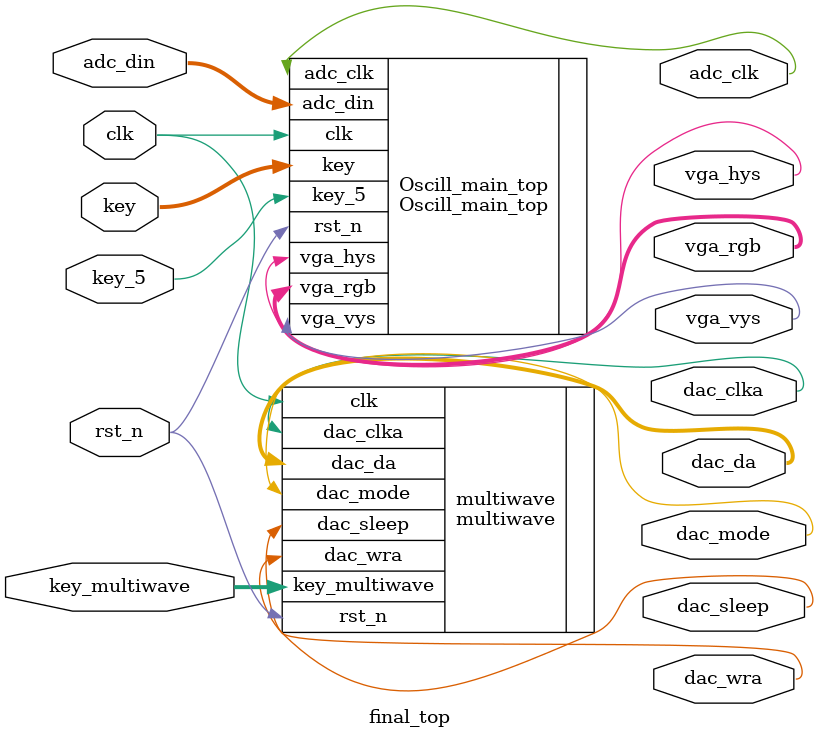
<source format=v>
module final_top(
		clk            ,
		rst_n          ,
		key            ,
		key_5          ,
		adc_din        ,
		adc_clk        ,
		vga_hys        ,
		vga_vys        ,
		vga_rgb        ,
		key_multiwave	,
		dac_mode		,
		dac_clka		,
		dac_da		,
		dac_wra		,
		dac_sleep	
	);
input	          clk            ;
input	          rst_n          ;
input  [3:0] 	 key            ;
input           key_5          ;
input  [7:0]  	 adc_din        ;
input	 [2:0]	 key_multiwave	 ;

output	       adc_clk        ;
output	       vga_hys        ;
output	       vga_vys        ;
output [15:0] 	 vga_rgb        ;

output					dac_mode	 ;
output					dac_clka	 ;
output [8-1 : 0]		dac_da	 ;
output					dac_wra	 ;
output					dac_sleep ;
	
wire	          clk            ;
wire	          rst_n          ;
wire 	          vga_hys        ;
wire 	          vga_vys        ;
wire   [15:0] 	 vga_rgb        ;	
wire   [3:0]  	 key            ;
wire            key_5          ;
wire	 [7:0]			dac_da		;
wire						dac_sleep	;
wire						dac_wra		;
wire						dac_clka		;
wire						dac_mode		;
wire		[2:0]			key_multiwave;


Oscill_main_top Oscill_main_top(
		.clk            (clk ),      
		.rst_n          (rst_n),                  
		.key            (key),
		.key_5          (key_5 ),
		.adc_din        (adc_din),
		.adc_clk        (adc_clk),
		.vga_hys        (vga_hys),
		.vga_vys        (vga_vys ),
		.vga_rgb        (vga_rgb)
);
multiwave multiwave(
		.clk			(clk),
		.rst_n		(rst_n),
		.key_multiwave			(key_multiwave),
		.dac_mode	(dac_mode),
		.dac_clka	(dac_clka),
		.dac_da		(dac_da),
		.dac_wra		(dac_wra),
		.dac_sleep	(dac_sleep)
		
);
endmodule

</source>
